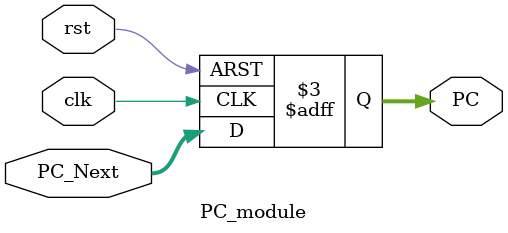
<source format=v>

module PC_module (clk, rst, PC, PC_Next);

    input clk, rst;
    input [31:0] PC_Next;
    output [31:0] PC;
    reg [31:0] PC;

    always @(posedge clk or negedge rst)
    begin
        if(!rst)
            PC <= 0;
        else
            PC <= PC_Next;
    end
    
endmodule
</source>
